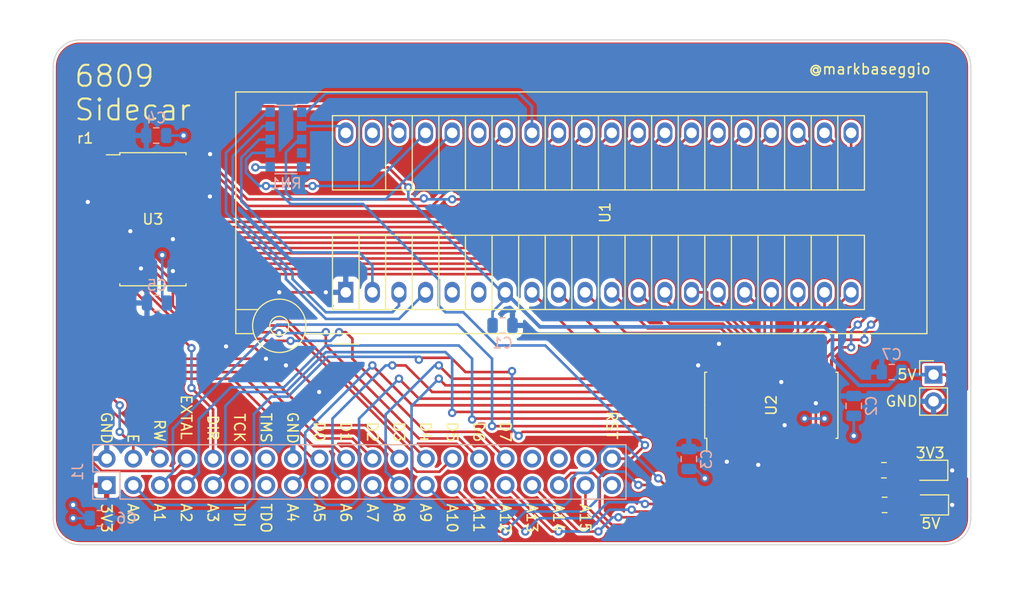
<source format=kicad_pcb>
(kicad_pcb (version 20211014) (generator pcbnew)
  (layers (0 "F.Cu" signal) (31 "B.Cu" signal) (34 "B.Paste" user) (35 "F.Paste" user) (36 "B.SilkS" user "B.Silkscreen") (37 "F.SilkS" user "F.Silkscreen") (38 "B.Mask" user) (39 "F.Mask" user) (44 "Edge.Cuts" user))
  (net 0 "")
  (net 1 "+5V")
  (net 2 "TMS")
  (net 3 "TDO")
  (net 4 "TCK")
  (net 5 "TDI")
  (net 7 "Net-(D1-Pad2)")
  (net 8 "Net-(D2-Pad2)")
  (net 12 "~{RESET}")
  (net 13 "~{NMI}")
  (net 14 "~{IRQ}")
  (net 15 "~{FIRQ}")
  (net 16 "~{DMA{slash}BREQ}")
  (net 17 "~{HALT}")
  (net 18 "MRDY")
  (net 20 "GND")
  (net 21 "BS")
  (net 22 "BA")
  (net 23 "/A0")
  (net 24 "/A1")
  (net 25 "/A2")
  (net 26 "/A3")
  (net 27 "/A4")
  (net 28 "/A5")
  (net 29 "/A6")
  (net 30 "/A7")
  (net 31 "/A8")
  (net 32 "/A9")
  (net 33 "/A10")
  (net 34 "/A11")
  (net 35 "/A12")
  (net 36 "/A13")
  (net 37 "/A14")
  (net 38 "/A15")
  (net 39 "/D7")
  (net 40 "/D6")
  (net 41 "/D5")
  (net 42 "/D4")
  (net 43 "/D3")
  (net 44 "/D2")
  (net 45 "/D1")
  (net 46 "/D0")
  (net 47 "R{slash}~{W}")
  (net 48 "E")
  (net 49 "Q")
  (net 50 "EXTAL")
  (net 51 "XTAL")
  (net 52 "+3V3")
  (net 53 "/BUF_A0")
  (net 54 "/BUF_A1")
  (net 55 "/BUF_A2")
  (net 56 "/BUF_A3")
  (net 57 "/BUF_A4")
  (net 58 "/BUF_A5")
  (net 59 "/BUF_A6")
  (net 60 "/BUF_A7")
  (net 61 "/BUF_A8")
  (net 62 "/BUF_A9")
  (net 63 "/BUF_A10")
  (net 64 "/BUF_A11")
  (net 65 "/BUF_A12")
  (net 66 "/BUF_A13")
  (net 67 "/BUF_A14")
  (net 68 "/BUF_A15")
  (net 69 "BUF_R{slash}~{W}")
  (net 70 "BUF_E")
  (net 77 "/BUF_D0")
  (net 78 "/BUF_D1")
  (net 79 "/BUF_D2")
  (net 80 "/BUF_D3")
  (net 81 "/BUF_D4")
  (net 82 "/BUF_D5")
  (net 83 "/BUF_D6")
  (net 84 "/BUF_D7")
  (net 85 "D_DIR")
  (footprint "LED_SMD:LED_0805_2012Metric" (layer "F.Cu") (at 112.965 100.826 180)
    (fp_text reference "D2")
    (fp_text value "3V3")
  )
  (footprint "Package_SO:TSSOP-48_6.1x12.5mm_P0.5mm" (layer "F.Cu") (at 97.79 94.615 90)
    (fp_text reference "U2")
    (fp_text value "74LVC16245A")
  )
  (footprint "Resistor_SMD:R_0805_2012Metric" (layer "F.Cu") (at 108.545 100.826)
    (fp_text reference "R2")
    (fp_text value "1k")
  )
  (footprint "Package_SO:TSSOP-48_6.1x12.5mm_P0.5mm" (layer "F.Cu") (at 38.735 76.835)
    (fp_text reference "U3")
    (fp_text value "74LVC16245A")
  )
  (footprint "Resistor_SMD:R_0805_2012Metric" (layer "F.Cu") (at 108.6085 104.14)
    (fp_text reference "R1")
    (fp_text value "1k")
  )
  (footprint "LED_SMD:LED_0805_2012Metric" (layer "F.Cu") (at 113.03 104.14 180)
    (fp_text reference "D1")
    (fp_text value "5V")
  )
  (footprint "Socket:3M_Textool_240-1288-00-0602J_2x20_P2.54mm" (layer "F.Cu") (at 57.15 83.82 90)
    (fp_text reference "U1")
    (fp_text value "MC6809")
  )
  (footprint "Connector_PinHeader_2.54mm:PinHeader_1x02_P2.54mm_Vertical" (layer "F.Cu") (at 113.284 91.689)
    (fp_text reference "J2")
    (fp_text value "5V")
  )
  (footprint "Capacitor_SMD:C_0805_2012Metric" (layer "B.Cu") (at 89.916 99.756 90)
    (fp_text reference "C3")
    (fp_text value "0.1uF")
  )
  (footprint "Capacitor_SMD:C_0805_2012Metric" (layer "B.Cu") (at 105.664 94.676 90)
    (fp_text reference "C2")
    (fp_text value "0.1uF")
  )
  (footprint "Connector_PinSocket_2.54mm:PinSocket_2x20_P2.54mm_Vertical" (layer "B.Cu") (at 34.32 102.255 -90)
    (fp_text reference "J1")
    (fp_text value "TANG PRIMER 20K")
  )
  (footprint "Capacitor_SMD:C_0805_2012Metric" (layer "B.Cu") (at 39.05 68.834 180)
    (fp_text reference "C4")
    (fp_text value "0.1uF")
  )
  (footprint "Capacitor_SMD:C_0805_2012Metric" (layer "B.Cu") (at 33.655 105.41)
    (fp_text reference "C6")
    (fp_text value "1uF")
  )
  (footprint "Capacitor_SMD:C_0805_2012Metric" (layer "B.Cu") (at 72.12 86.985)
    (fp_text reference "C1")
    (fp_text value "0.1uF")
  )
  (footprint "Resistor_SMD:R_Array_Convex_5x1206" (layer "B.Cu") (at 51.435 69.215)
    (fp_text reference "RN1")
    (fp_text value "2.2k")
  )
  (footprint "Capacitor_SMD:C_0805_2012Metric" (layer "B.Cu") (at 109.286 91.44 180)
    (fp_text reference "C7")
    (fp_text value "1uF")
  )
  (footprint "Capacitor_SMD:C_0805_2012Metric" (layer "B.Cu") (at 39.116 84.836 180)
    (fp_text reference "C5")
    (fp_text value "0.1uF")
  )
  (gr_line (start 116.84 62.23) (end 116.84 105.41) (layer "Edge.Cuts") (width 0.1))
  (gr_arc (start 114.3 59.69) (mid 116.096051 60.433949) (end 116.84 62.23) (layer "Edge.Cuts") (width 0.1))
  (gr_line (start 31.75 59.69) (end 114.3 59.69) (layer "Edge.Cuts") (width 0.1))
  (gr_line (start 29.21 62.23) (end 29.21 105.41) (layer "Edge.Cuts") (width 0.1))
  (gr_arc (start 31.75 107.95) (mid 29.953949 107.206051) (end 29.21 105.41) (layer "Edge.Cuts") (width 0.1))
  (gr_arc (start 29.21 62.23) (mid 29.953949 60.433949) (end 31.75 59.69) (layer "Edge.Cuts") (width 0.1))
  (gr_arc (start 116.84 105.41) (mid 116.096051 107.206051) (end 114.3 107.95) (layer "Edge.Cuts") (width 0.1))
  (gr_line (start 114.3 107.95) (end 31.75 107.95) (layer "Edge.Cuts") (width 0.1))
  (gr_text "EXTAL" (at 41.91 95.758 270) (layer "F.SilkS") (effects (font (size 1 1))))
  (gr_text "A11" (at 69.85 105.41 270) (layer "F.SilkS") (effects (font (size 1 1))))
  (gr_text "6809\nSidecar" (at 31.115 64.77) (layer "F.SilkS") (effects (font (size 2 2) (thickness 0.2)) (justify left)))
  (gr_text "A7" (at 59.69 104.902 270) (layer "F.SilkS") (effects (font (size 1 1))))
  (gr_text "D2" (at 59.69 97.155 270) (layer "F.SilkS") (effects (font (size 1 1))))
  (gr_text "A12" (at 72.39 105.41 270) (layer "F.SilkS") (effects (font (size 1 1))))
  (gr_text "A15" (at 80.01 105.41 270) (layer "F.SilkS") (effects (font (size 1 1))))
  (gr_text "A6" (at 57.15 104.902 270) (layer "F.SilkS") (effects (font (size 1 1))))
  (gr_text "r1" (at 32.258 69.088) (layer "F.SilkS") (effects (font (size 1 1))))
  (gr_text "3V3" (at 34.29 105.41 270) (layer "F.SilkS") (effects (font (size 1 1))))
  (gr_text "D1" (at 57.15 97.155 270) (layer "F.SilkS") (effects (font (size 1 1))))
  (gr_text "RST" (at 82.55 96.52 270) (layer "F.SilkS") (effects (font (size 1 1))))
  (gr_text "D0" (at 54.61 97.155 270) (layer "F.SilkS") (effects (font (size 1 1))))
  (gr_text "D3" (at 62.23 97.155 270) (layer "F.SilkS") (effects (font (size 1 1))))
  (gr_text "GND" (at 34.29 96.774 270) (layer "F.SilkS") (effects (font (size 1 1))))
  (gr_text "A13" (at 74.93 105.41 270) (layer "F.SilkS") (effects (font (size 1 1))))
  (gr_text "D7" (at 72.39 97.155 270) (layer "F.SilkS") (effects (font (size 1 1))))
  (gr_text "TDI" (at 46.99 105.156 270) (layer "F.SilkS") (effects (font (size 1 1))))
  (gr_text "A2" (at 41.91 104.902 270) (layer "F.SilkS") (effects (font (size 1 1))))
  (gr_text "A9" (at 64.77 104.902 270) (layer "F.SilkS") (effects (font (size 1 1))))
  (gr_text "A5" (at 54.61 104.902 270) (layer "F.SilkS") (effects (font (size 1 1))))
  (gr_text "@markbaseggio" (at 107.188 62.484) (layer "F.SilkS") (effects (font (size 1 1))))
  (gr_text "D6" (at 69.85 97.155 270) (layer "F.SilkS") (effects (font (size 1 1))))
  (gr_text "A10" (at 67.31 105.41 270) (layer "F.SilkS") (effects (font (size 1 1))))
  (gr_text "A1" (at 39.37 104.902 270) (layer "F.SilkS") (effects (font (size 1 1))))
  (gr_text "TMS" (at 49.53 96.774 270) (layer "F.SilkS") (effects (font (size 1 1))))
  (gr_text "A0" (at 36.83 104.902 270) (layer "F.SilkS") (effects (font (size 1 1))))
  (gr_text "TCK" (at 46.99 96.774 270) (layer "F.SilkS") (effects (font (size 1 1))))
  (gr_text "TDO" (at 49.53 105.41 270) (layer "F.SilkS") (effects (font (size 1 1))))
  (gr_text "A4" (at 52.07 104.902 270) (layer "F.SilkS") (effects (font (size 1 1))))
  (gr_text "A14" (at 77.47 105.41 270) (layer "F.SilkS") (effects (font (size 1 1))))
  (gr_text "A8" (at 62.23 104.902 270) (layer "F.SilkS") (effects (font (size 1 1))))
  (gr_text "D4" (at 64.77 97.155 270) (layer "F.SilkS") (effects (font (size 1 1))))
  (gr_text "RW" (at 39.37 97.028 270) (layer "F.SilkS") (effects (font (size 1 1))))
  (gr_text "DIR" (at 44.45 96.774 270) (layer "F.SilkS") (effects (font (size 1 1))))
  (gr_text "D5" (at 67.31 97.155 270) (layer "F.SilkS") (effects (font (size 1 1))))
  (gr_text "E" (at 36.83 97.79 270) (layer "F.SilkS") (effects (font (size 1 1))))
  (gr_text "GND" (at 52.07 96.774 270) (layer "F.SilkS") (effects (font (size 1 1))))
  (gr_text "A3" (at 44.45 104.902 270) (layer "F.SilkS") (effects (font (size 1 1))))
  (segment (start 114.384 91.689) (end 116.332 93.637) (width 0.25) (layer "F.Cu") (net 1))
  (segment (start 116.332 93.637) (end 116.332 101.092) (width 0.25) (layer "F.Cu") (net 1))
  (segment (start 116.332 101.092) (end 115.062 102.362) (width 0.25) (layer "F.Cu") (net 1))
  (segment (start 113.284 91.689) (end 114.384 91.689) (width 0.25) (layer "F.Cu") (net 1))
  (segment (start 109.474 102.362) (end 107.696 104.14) (width 0.25) (layer "F.Cu") (net 1))
  (segment (start 115.062 102.362) (end 109.474 102.362) (width 0.25) (layer "F.Cu") (net 1))
  (segment (start 63.123299 73.791299) (end 61.214 71.882) (width 0.25) (layer "F.Cu") (net 1))
  (segment (start 61.214 71.882) (end 48.514 71.882) (width 0.25) (layer "F.Cu") (net 1))
  (via (at 48.514 71.882) (size 0.8) (drill 0.4) (layers "F.Cu" "B.Cu") (net 1))
  (via (at 63.123299 73.791299) (size 0.8) (drill 0.4) (layers "F.Cu" "B.Cu") (net 1))
  (segment (start 108.966 92.71) (end 110.236 91.44) (width 0.35) (layer "B.Cu") (net 1))
  (segment (start 103.632 87.884) (end 103.632 90.17) (width 0.35) (layer "B.Cu") (net 1))
  (segment (start 106.172 92.71) (end 108.966 92.71) (width 0.35) (layer "B.Cu") (net 1))
  (segment (start 72.089195 83.82) (end 72.39 83.82) (width 0.25) (layer "B.Cu") (net 1))
  (segment (start 72.39 84.455) (end 72.39 83.82) (width 0.25) (layer "B.Cu") (net 1))
  (segment (start 71.17 86.985) (end 71.17 85.675) (width 0.25) (layer "B.Cu") (net 1))
  (segment (start 63.123299 74.854104) (end 72.089195 83.82) (width 0.25) (layer "B.Cu") (net 1))
  (segment (start 110.485 91.689) (end 113.284 91.689) (width 0.35) (layer "B.Cu") (net 1))
  (segment (start 110.236 91.44) (end 110.485 91.689) (width 0.25) (layer "B.Cu") (net 1))
  (segment (start 63.123299 73.791299) (end 63.123299 74.854104) (width 0.25) (layer "B.Cu") (net 1))
  (segment (start 103.632 90.17) (end 106.172 92.71) (width 0.35) (layer "B.Cu") (net 1))
  (segment (start 48.514 71.882) (end 49.868 71.882) (width 0.25) (layer "B.Cu") (net 1))
  (segment (start 71.17 85.675) (end 72.39 84.455) (width 0.25) (layer "B.Cu") (net 1))
  (segment (start 102.87 87.122) (end 103.632 87.884) (width 0.35) (layer "B.Cu") (net 1))
  (segment (start 75.692 87.122) (end 102.87 87.122) (width 0.35) (layer "B.Cu") (net 1))
  (segment (start 72.39 83.82) (end 75.692 87.122) (width 0.35) (layer "B.Cu") (net 1))
  (segment (start 49.868 71.882) (end 49.935 71.815) (width 0.25) (layer "B.Cu") (net 1))
  (segment (start 112.0925 104.14) (end 109.521 104.14) (width 0.25) (layer "F.Cu") (net 7))
  (segment (start 109.4575 100.826) (end 112.0275 100.826) (width 0.25) (layer "F.Cu") (net 8))
  (segment (start 84.435 99.715) (end 85.725 98.425) (width 0.25) (layer "F.Cu") (net 12))
  (segment (start 82.58 99.715) (end 84.435 99.715) (width 0.25) (layer "F.Cu") (net 12))
  (segment (start 53.975 73.66) (end 49.53 73.66) (width 0.25) (layer "F.Cu") (net 12))
  (via (at 53.975 73.66) (size 0.8) (drill 0.4) (layers "F.Cu" "B.Cu") (net 12))
  (via (at 49.53 73.66) (size 0.8) (drill 0.4) (layers "F.Cu" "B.Cu") (net 12))
  (via (at 85.725 98.425) (size 0.8) (drill 0.4) (layers "F.Cu" "B.Cu") (net 12))
  (segment (start 71.546827 88.9) (end 76.2 88.9) (width 0.25) (layer "B.Cu") (net 12))
  (segment (start 66.04 85.09) (end 66.675 85.725) (width 0.25) (layer "B.Cu") (net 12))
  (segment (start 49.53 73.66) (end 50.164302 73.66) (width 0.25) (layer "B.Cu") (net 12))
  (segment (start 66.04 82.623574) (end 66.04 85.09) (width 0.25) (layer "B.Cu") (net 12))
  (segment (start 49.53 73.66) (end 48.895 73.66) (width 0.25) (layer "B.Cu") (net 12))
  (segment (start 66.675 85.725) (end 68.371827 85.725) (width 0.25) (layer "B.Cu") (net 12))
  (segment (start 48.25 70.495) (end 49.935 70.495) (width 0.25) (layer "B.Cu") (net 12))
  (segment (start 47.625 71.12) (end 48.25 70.495) (width 0.25) (layer "B.Cu") (net 12))
  (segment (start 51.884302 75.38) (end 58.796426 75.38) (width 0.25) (layer "B.Cu") (net 12))
  (segment (start 76.2 88.9) (end 85.725 98.425) (width 0.25) (layer "B.Cu") (net 12))
  (segment (start 47.625 72.39) (end 47.625 71.12) (width 0.25) (layer "B.Cu") (net 12))
  (segment (start 48.895 73.66) (end 47.625 72.39) (width 0.25) (layer "B.Cu") (net 12))
  (segment (start 59.69 73.66) (end 53.975 73.66) (width 0.25) (layer "B.Cu") (net 12))
  (segment (start 50.164302 73.66) (end 51.884302 75.38) (width 0.25) (layer "B.Cu") (net 12))
  (segment (start 58.796426 75.38) (end 66.04 82.623574) (width 0.25) (layer "B.Cu") (net 12))
  (segment (start 68.371827 85.725) (end 71.546827 88.9) (width 0.25) (layer "B.Cu") (net 12))
  (segment (start 64.77 68.58) (end 59.69 73.66) (width 0.25) (layer "B.Cu") (net 12))
  (segment (start 59.69 81.28) (end 59.69 83.82) (width 0.25) (layer "B.Cu") (net 13))
  (segment (start 58.42 80.01) (end 59.69 81.28) (width 0.25) (layer "B.Cu") (net 13))
  (segment (start 47.175 75.115) (end 52.07 80.01) (width 0.25) (layer "B.Cu") (net 13))
  (segment (start 48.893604 69.215) (end 47.175 70.933604) (width 0.25) (layer "B.Cu") (net 13))
  (segment (start 52.07 80.01) (end 58.42 80.01) (width 0.25) (layer "B.Cu") (net 13))
  (segment (start 49.935 69.215) (end 48.893604 69.215) (width 0.25) (layer "B.Cu") (net 13))
  (segment (start 47.175 70.933604) (end 47.175 75.115) (width 0.25) (layer "B.Cu") (net 13))
  (segment (start 52.07 81.915) (end 52.07 82.55) (width 0.25) (layer "B.Cu") (net 14))
  (segment (start 46.355 76.2) (end 52.07 81.915) (width 0.25) (layer "B.Cu") (net 14))
  (segment (start 49.235 67.935) (end 46.355 70.815) (width 0.25) (layer "B.Cu") (net 14))
  (segment (start 55.245 85.725) (end 61.595 85.725) (width 0.25) (layer "B.Cu") (net 14))
  (segment (start 49.935 67.935) (end 49.235 67.935) (width 0.25) (layer "B.Cu") (net 14))
  (segment (start 52.07 82.55) (end 55.245 85.725) (width 0.25) (layer "B.Cu") (net 14))
  (segment (start 62.23 85.09) (end 62.23 83.82) (width 0.25) (layer "B.Cu") (net 14))
  (segment (start 46.355 70.815) (end 46.355 76.2) (width 0.25) (layer "B.Cu") (net 14))
  (segment (start 61.595 85.725) (end 62.23 85.09) (width 0.25) (layer "B.Cu") (net 14))
  (segment (start 51.434302 81.915698) (end 51.434302 82.550698) (width 0.25) (layer "B.Cu") (net 15))
  (segment (start 49.59 66.615) (end 45.72 70.485) (width 0.25) (layer "B.Cu") (net 15))
  (segment (start 62.23 86.36) (end 64.77 83.82) (width 0.25) (layer "B.Cu") (net 15))
  (segment (start 55.243604 86.36) (end 62.23 86.36) (width 0.25) (layer "B.Cu") (net 15))
  (segment (start 49.935 66.615) (end 49.59 66.615) (width 0.25) (layer "B.Cu") (net 15))
  (segment (start 45.72 76.201396) (end 51.434302 81.915698) (width 0.25) (layer "B.Cu") (net 15))
  (segment (start 45.72 70.485) (end 45.72 76.201396) (width 0.25) (layer "B.Cu") (net 15))
  (segment (start 51.434302 82.550698) (end 55.243604 86.36) (width 0.25) (layer "B.Cu") (net 15))
  (segment (start 73.66 64.77) (end 74.93 66.04) (width 0.25) (layer "B.Cu") (net 16))
  (segment (start 53.4 66.615) (end 55.245 64.77) (width 0.25) (layer "B.Cu") (net 16))
  (segment (start 74.93 66.04) (end 74.93 68.58) (width 0.25) (layer "B.Cu") (net 16))
  (segment (start 55.245 64.77) (end 73.66 64.77) (width 0.25) (layer "B.Cu") (net 16))
  (segment (start 52.935 66.615) (end 53.4 66.615) (width 0.25) (layer "B.Cu") (net 16))
  (segment (start 56.505 67.935) (end 57.15 68.58) (width 0.25) (layer "B.Cu") (net 17))
  (segment (start 52.935 67.935) (end 56.505 67.935) (width 0.25) (layer "B.Cu") (net 17))
  (segment (start 51.435 74.295) (end 52.07 74.93) (width 0.25) (layer "B.Cu") (net 18))
  (segment (start 51.435 70.445) (end 51.435 74.295) (width 0.25) (layer "B.Cu") (net 18))
  (segment (start 52.665 69.215) (end 51.435 70.445) (width 0.25) (layer "B.Cu") (net 18))
  (segment (start 60.96 74.93) (end 67.31 68.58) (width 0.25) (layer "B.Cu") (net 18))
  (segment (start 52.935 69.215) (end 52.665 69.215) (width 0.25) (layer "B.Cu") (net 18))
  (segment (start 52.07 74.93) (end 60.96 74.93) (width 0.25) (layer "B.Cu") (net 18))
  (segment (start 41.089 81.085) (end 40.64 81.534) (width 0.25) (layer "F.Cu") (net 20))
  (segment (start 36.469 78.085) (end 36.576 77.978) (width 0.25) (layer "F.Cu") (net 20))
  (segment (start 42.4475 81.085) (end 41.089 81.085) (width 0.25) (layer "F.Cu") (net 20))
  (segment (start 96.54 92.095) (end 96.54 90.9025) (width 0.25) (layer "F.Cu") (net 20))
  (segment (start 103.54 90.9025) (end 103.54 92.450685) (width 0.25) (layer "F.Cu") (net 20))
  (segment (start 103.280685 92.71) (end 102.235 92.71) (width 0.25) (layer "F.Cu") (net 20))
  (segment (start 102.04 93.54) (end 102.04 90.9025) (width 0.25) (layer "F.Cu") (net 20))
  (segment (start 44.196 70.612) (end 43.723 71.085) (width 0.25) (layer "F.Cu") (net 20))
  (segment (start 98.7425 92.3925) (end 96.8375 92.3925) (width 0.25) (layer "F.Cu") (net 20))
  (segment (start 44.177842 73.133842) (end 43.629 72.585) (width 0.25) (layer "F.Cu") (net 20))
  (segment (start 113.9675 104.14) (end 115.062 104.14) (width 0.25) (layer "F.Cu") (net 20))
  (segment (start 44.177842 74.657842) (end 44.177842 73.133842) (width 0.25) (layer "F.Cu") (net 20))
  (segment (start 93.54 90.9025) (end 93.54 89.492008) (width 0.25) (layer "F.Cu") (net 20))
  (segment (start 32.512 73.66) (end 33.587 72.585) (width 0.25) (layer "F.Cu") (net 20))
  (segment (start 115.062 100.838) (end 115.05 100.826) (width 0.25) (layer "F.Cu") (net 20))
  (segment (start 41.437 82.585) (end 40.64 81.788) (width 0.25) (layer "F.Cu") (net 20))
  (segment (start 93.54 89.492008) (end 92.78888 88.740888) (width 0.25) (layer "F.Cu") (net 20))
  (segment (start 92.04 90.9025) (end 90.9025 90.9025) (width 0.25) (layer "F.Cu") (net 20))
  (segment (start 32.512 75.184) (end 32.913 75.585) (width 0.25) (layer "F.Cu") (net 20))
  (segment (start 42.4475 78.085) (end 41.295 78.085) (width 0.25) (layer "F.Cu") (net 20))
  (segment (start 93.54 100.008) (end 93.54 98.3275) (width 0.25) (layer "F.Cu") (net 20))
  (segment (start 50.8 83.82) (end 55.245 83.82) (width 0.25) (layer "F.Cu") (net 20))
  (segment (start 90.9025 90.9025) (end 90.805 90.805) (width 0.25) (layer "F.Cu") (net 20))
  (segment (start 33.587 72.585) (end 35.0225 72.585) (width 0.25) (layer "F.Cu") (net 20))
  (segment (start 96.8375 92.3925) (end 96.54 92.095) (width 0.25) (layer "F.Cu") (net 20))
  (segment (start 102.04 94.42) (end 102.04 98.3275) (width 0.25) (layer "F.Cu") (net 20))
  (segment (start 102.235 92.71) (end 102.04 92.905) (width 0.25) (layer "F.Cu") (net 20))
  (segment (start 96.54 100.31) (end 96.54 98.3275) (width 0.25) (layer "F.Cu") (net 20))
  (segment (start 43.723 71.085) (end 42.4475 71.085) (width 0.25) (layer "F.Cu") (net 20))
  (segment (start 99.04 98.3275) (end 99.04 96.54) (width 0.25) (layer "F.Cu") (net 20))
  (segment (start 32.913 75.585) (end 35.0225 75.585) (width 0.25) (layer "F.Cu") (net 20))
  (segment (start 98.7425 92.3925) (end 99.04 92.095) (width 0.25) (layer "F.Cu") (net 20))
  (segment (start 40.64 81.534) (end 40.64 81.788) (width 0.25) (layer "F.Cu") (net 20))
  (segment (start 99.04 92.095) (end 99.04 90.9025) (width 0.25) (layer "F.Cu") (net 20))
  (segment (start 115.05 100.826) (end 113.9025 100.826) (width 0.25) (layer "F.Cu") (net 20))
  (segment (start 35.0225 81.085) (end 37.134402 81.085) (width 0.25) (layer "F.Cu") (net 20))
  (segment (start 103.54 92.450685) (end 103.280685 92.71) (width 0.25) (layer "F.Cu") (net 20))
  (segment (start 49.53 90.17) (end 48.3495 88.9895) (width 0.25) (layer "F.Cu") (net 20))
  (segment (start 54.61 93.345) (end 52.07 90.805) (width 0.25) (layer "F.Cu") (net 20))
  (segment (start 32.512 75.184) (end 32.512 73.66) (width 0.25) (layer "F.Cu") (net 20))
  (segment (start 42.4475 82.585) (end 41.437 82.585) (width 0.25) (layer "F.Cu") (net 20))
  (segment (start 43.629 72.585) (end 42.4475 72.585) (width 0.25) (layer "F.Cu") (net 20))
  (segment (start 52.07 90.805) (end 51.435 90.805) (width 0.25) (layer "F.Cu") (net 20))
  (segment (start 37.134402 81.085) (end 37.587701 81.538299) (width 0.25) (layer "F.Cu") (net 20))
  (segment (start 102.04 94.42) (end 102.04 93.54) (width 0.25) (layer "F.Cu") (net 20))
  (segment (start 41.295 78.085) (end 40.64 78.74) (width 0.25) (layer "F.Cu") (net 20))
  (segment (start 35.0225 78.085) (end 36.469 78.085) (width 0.25) (layer "F.Cu") (net 20))
  (segment (start 99.04 96.54) (end 99.06 96.52) (width 0.25) (layer "F.Cu") (net 20))
  (segment (start 48.3495 88.9895) (end 45.72 88.9895) (width 0.25) (layer "F.Cu") (net 20))
  (segment (start 43.250685 75.585) (end 42.4475 75.585) (width 0.25) (layer "F.Cu") (net 20))
  (segment (start 102.04 92.905) (end 102.04 93.54) (width 0.25) (layer "F.Cu") (net 20))
  (segment (start 44.177842 74.657842) (end 43.250685 75.585) (width 0.25) (layer "F.Cu") (net 20))
  (via (at 99.06 96.52) (size 0.8) (drill 0.4) (layers "F.Cu" "B.Cu") (net 20))
  (via (at 115.062 100.838) (size 0.8) (drill 0.4) (layers "F.Cu" "B.Cu") (net 20))
  (via (at 32.512 75.184) (size 0.8) (drill 0.4) (layers "F.Cu" "B.Cu") (net 20))
  (via (at 96.54 100.31) (size 0.8) (drill 0.4) (layers "F.Cu" "B.Cu") (net 20))
  (via (at 44.196 70.612) (size 0.8) (drill 0.4) (layers "F.Cu" "B.Cu") (net 20))
  (via (at 37.587701 81.538299) (size 0.8) (drill 0.4) (layers "F.Cu" "B.Cu") (net 20))
  (via (at 44.177842 74.657842) (size 0.8) (drill 0.4) (layers "F.Cu" "B.Cu") (net 20))
  (via (at 40.64 78.74) (size 0.8) (drill 0.4) (layers "F.Cu" "B.Cu") (net 20))
  (via (at 49.53 90.17) (size 0.8) (drill 0.4) (layers "F.Cu" "B.Cu") (net 20))
  (via (at 50.8 83.82) (size 0.8) (drill 0.4) (layers "F.Cu" "B.Cu") (net 20))
  (via (at 93.54 100.008) (size 0.8) (drill 0.4) (layers "F.Cu" "B.Cu") (net 20))
  (via (at 90.805 90.805) (size 0.8) (drill 0.4) (layers "F.Cu" "B.Cu") (net 20))
  (via (at 51.435 90.805) (size 0.8) (drill 0.4) (layers "F.Cu" "B.Cu") (net 20))
  (via (at 102.04 94.42) (size 0.8) (drill 0.4) (layers "F.Cu" "B.Cu") (net 20))
  (via (at 55.245 83.82) (size 0.8) (drill 0.4) (layers "F.Cu" "B.Cu") (net 20))
  (via (at 115.062 104.14) (size 0.8) (drill 0.4) (layers "F.Cu" "B.Cu") (net 20))
  (via (at 36.576 77.978) (size 0.8) (drill 0.4) (layers "F.Cu" "B.Cu") (net 20))
  (via (at 98.7425 92.3925) (size 0.8) (drill 0.4) (layers "F.Cu" "B.Cu") (net 20))
  (via (at 45.72 88.9895) (size 0.8) (drill 0.4) (layers "F.Cu" "B.Cu") (net 20))
  (via (at 92.78888 88.740888) (size 0.8) (drill 0.4) (layers "F.Cu" "B.Cu") (net 20))
  (via (at 54.61 93.345) (size 0.8) (drill 0.4) (layers "F.Cu" "B.Cu") (net 20))
  (via (at 40.64 81.788) (size 0.8) (drill 0.4) (layers "F.Cu" "B.Cu") (net 20))
  (segment (start 92.565 90.8775) (end 92.54 90.9025) (width 0.25) (layer "F.Cu") (net 23))
  (segment (start 92.280685 89.84) (end 92.565 90.124315) (width 0.25) (layer "F.Cu") (net 23))
  (segment (start 74.93 83.82) (end 80.95 89.84) (width 0.25) (layer "F.Cu") (net 23))
  (segment (start 80.95 89.84) (end 92.280685 89.84) (width 0.25) (layer "F.Cu") (net 23))
  (segment (start 92.565 90.124315) (end 92.565 90.8775) (width 0.25) (layer "F.Cu") (net 23))
  (segment (start 83.04 89.39) (end 92.467081 89.39) (width 0.25) (layer "F.Cu") (net 24))
  (segment (start 92.467081 89.39) (end 93.04 89.962919) (width 0.25) (layer "F.Cu") (net 24))
  (segment (start 77.47 83.82) (end 83.04 89.39) (width 0.25) (layer "F.Cu") (net 24))
  (segment (start 93.04 89.962919) (end 93.04 90.9025) (width 0.25) (layer "F.Cu") (net 24))
  (segment (start 80.01 83.82) (end 83.9 87.71) (width 0.25) (layer "F.Cu") (net 25))
  (segment (start 94.04 88.96698) (end 94.04 90.9025) (width 0.25) (layer "F.Cu") (net 25))
  (segment (start 83.9 87.71) (end 92.78302 87.71) (width 0.25) (layer "F.Cu") (net 25))
  (segment (start 92.78302 87.71) (end 94.04 88.96698) (width 0.25) (layer "F.Cu") (net 25))
  (segment (start 82.55 83.82) (end 85.99 87.26) (width 0.25) (layer "F.Cu") (net 26))
  (segment (start 94.54 88.830584) (end 94.54 90.9025) (width 0.25) (layer "F.Cu") (net 26))
  (segment (start 92.969416 87.26) (end 94.54 88.830584) (width 0.25) (layer "F.Cu") (net 26))
  (segment (start 85.99 87.26) (end 92.969416 87.26) (width 0.25) (layer "F.Cu") (net 26))
  (segment (start 88.08 86.81) (end 93.155812 86.81) (width 0.25) (layer "F.Cu") (net 27))
  (segment (start 95.355 89.009188) (end 95.355 89.644188) (width 0.25) (layer "F.Cu") (net 27))
  (segment (start 95.355 89.644188) (end 95.54 89.829188) (width 0.25) (layer "F.Cu") (net 27))
  (segment (start 93.155812 86.81) (end 95.355 89.009188) (width 0.25) (layer "F.Cu") (net 27))
  (segment (start 95.54 89.829188) (end 95.54 90.9025) (width 0.25) (layer "F.Cu") (net 27))
  (segment (start 85.09 83.82) (end 88.08 86.81) (width 0.25) (layer "F.Cu") (net 27))
  (segment (start 87.63 84.415) (end 89.575 86.36) (width 0.25) (layer "F.Cu") (net 28))
  (segment (start 96.015 90.8775) (end 96.04 90.9025) (width 0.25) (layer "F.Cu") (net 28))
  (segment (start 95.805 89.457792) (end 96.015 89.667792) (width 0.25) (layer "F.Cu") (net 28))
  (segment (start 95.805 88.822792) (end 95.805 89.457792) (width 0.25) (layer "F.Cu") (net 28))
  (segment (start 96.015 89.667792) (end 96.015 90.8775) (width 0.25) (layer "F.Cu") (net 28))
  (segment (start 93.342208 86.36) (end 95.805 88.822792) (width 0.25) (layer "F.Cu") (net 28))
  (segment (start 87.63 83.82) (end 87.63 84.415) (width 0.25) (layer "F.Cu") (net 28))
  (segment (start 89.575 86.36) (end 93.342208 86.36) (width 0.25) (layer "F.Cu") (net 28))
  (segment (start 92.763604 85.145) (end 96.255 88.636396) (width 0.25) (layer "F.Cu") (net 29))
  (segment (start 91.665 83.82) (end 91.665 84.532853) (width 0.25) (layer "F.Cu") (net 29))
  (segment (start 92.277147 85.145) (end 92.763604 85.145) (width 0.25) (layer "F.Cu") (net 29))
  (segment (start 91.665 84.532853) (end 92.277147 85.145) (width 0.25) (layer "F.Cu") (net 29))
  (segment (start 90.17 83.82) (end 91.665 83.82) (width 0.25) (layer "F.Cu") (net 29))
  (segment (start 96.255 89.271396) (end 97.04 90.056396) (width 0.25) (layer "F.Cu") (net 29))
  (segment (start 96.255 88.636396) (end 96.255 89.271396) (width 0.25) (layer "F.Cu") (net 29))
  (segment (start 97.04 90.056396) (end 97.04 90.9025) (width 0.25) (layer "F.Cu") (net 29))
  (segment (start 96.705 89.085) (end 97.54 89.92) (width 0.25) (layer "F.Cu") (net 30))
  (segment (start 96.705 88.45) (end 96.705 89.085) (width 0.25) (layer "F.Cu") (net 30))
  (segment (start 97.54 89.92) (end 97.54 90.9025) (width 0.25) (layer "F.Cu") (net 30))
  (segment (start 92.71 84.455) (end 96.705 88.45) (width 0.25) (layer "F.Cu") (net 30))
  (segment (start 92.71 83.82) (end 92.71 84.455) (width 0.25) (layer "F.Cu") (net 30))
  (segment (start 97.155 85.725) (end 97.155 88.898604) (width 0.25) (layer "F.Cu") (net 31))
  (segment (start 95.25 83.82) (end 97.155 85.725) (width 0.25) (layer "F.Cu") (net 31))
  (segment (start 98.04 89.783604) (end 98.04 90.9025) (width 0.25) (layer "F.Cu") (net 31))
  (segment (start 97.155 88.898604) (end 98.04 89.783604) (width 0.25) (layer "F.Cu") (net 31))
  (segment (start 97.79 83.82) (end 97.79 88.897208) (width 0.25) (layer "F.Cu") (net 32))
  (segment (start 97.79 88.897208) (end 98.54 89.647208) (width 0.25) (layer "F.Cu") (net 32))
  (segment (start 98.54 89.647208) (end 98.54 90.9025) (width 0.25) (layer "F.Cu") (net 32))
  (segment (start 100.33 83.82) (end 100.33 87.627208) (width 0.25) (layer "F.Cu") (net 33))
  (segment (start 100.14 87.817208) (end 100.14 89.362919) (width 0.25) (layer "F.Cu") (net 33))
  (segment (start 100.14 89.362919) (end 99.54 89.962919) (width 0.25) (layer "F.Cu") (net 33))
  (segment (start 100.33 87.627208) (end 100.14 87.817208) (width 0.25) (layer "F.Cu") (net 33))
  (segment (start 99.54 89.962919) (end 99.54 90.9025) (width 0.25) (layer "F.Cu") (net 33))
  (segment (start 102.87 85.723604) (end 100.59 88.003604) (width 0.25) (layer "F.Cu") (net 34))
  (segment (start 102.87 83.82) (end 102.87 85.723604) (width 0.25) (layer "F.Cu") (net 34))
  (segment (start 100.59 89.549315) (end 100.04 90.099315) (width 0.25) (layer "F.Cu") (net 34))
  (segment (start 100.04 90.099315) (end 100.04 90.9025) (width 0.25) (layer "F.Cu") (net 34))
  (segment (start 100.59 88.003604) (end 100.59 89.549315) (width 0.25) (layer "F.Cu") (net 34))
  (segment (start 105.41 83.82) (end 101.04 88.19) (width 0.25) (layer "F.Cu") (net 35))
  (segment (start 101.04 88.19) (end 101.04 90.9025) (width 0.25) (layer "F.Cu") (net 35))
  (segment (start 105.41 78.105) (end 108.585 81.28) (width 0.25) (layer "F.Cu") (net 36))
  (segment (start 101.54 88.326396) (end 101.54 90.9025) (width 0.25) (layer "F.Cu") (net 36))
  (segment (start 108.585 81.28) (end 108.585 86.995) (width 0.25) (layer "F.Cu") (net 36))
  (segment (start 108.585 86.995) (end 107.95 87.63) (width 0.25) (layer "F.Cu") (net 36))
  (segment (start 107.95 87.63) (end 102.236396 87.63) (width 0.25) (layer "F.Cu") (net 36))
  (segment (start 102.236396 87.63) (end 101.54 88.326396) (width 0.25) (layer "F.Cu") (net 36))
  (segment (start 105.41 68.58) (end 105.41 78.105) (width 0.25) (layer "F.Cu") (net 36))
  (segment (start 104.775 78.74) (end 107.95 81.915) (width 0.25) (layer "F.Cu") (net 37))
  (segment (start 107.95 86.36) (end 107.315 86.995) (width 0.25) (layer "F.Cu") (net 37))
  (segment (start 107.95 81.915) (end 107.95 86.36) (width 0.25) (layer "F.Cu") (net 37))
  (segment (start 103.4155 88.3545) (end 106.68 88.3545) (width 0.25) (layer "F.Cu") (net 37))
  (segment (start 102.54 89.23) (end 103.4155 88.3545) (width 0.25) (layer "F.Cu") (net 37))
  (segment (start 104.775 70.485) (end 104.775 78.74) (width 0.25) (layer "F.Cu") (net 37))
  (segment (start 102.54 90.9025) (end 102.54 89.23) (width 0.25) (layer "F.Cu") (net 37))
  (segment (start 102.87 68.58) (end 104.775 70.485) (width 0.25) (layer "F.Cu") (net 37))
  (via (at 107.315 86.9055) (size 0.8) (drill 0.4) (layers "F.Cu" "B.Cu") (net 37))
  (via (at 106.68 88.3545) (size 0.8) (drill 0.4) (layers "F.Cu" "B.Cu") (net 37))
  (segment (start 106.68 87.5405) (end 107.315 86.9055) (width 0.25) (layer "B.Cu") (net 37))
  (segment (start 106.68 88.3545) (end 106.68 87.5405) (width 0.25) (layer "B.Cu") (net 37))
  (segment (start 104.14 79.375) (end 107.315 82.55) (width 0.25) (layer "F.Cu") (net 38))
  (segment (start 100.33 68.58) (end 104.14 72.39) (width 0.25) (layer "F.Cu") (net 38))
  (segment (start 107.315 82.55) (end 107.315 85.725) (width 0.25) (layer "F.Cu") (net 38))
  (segment (start 104.060315 89.079) (end 105.41 89.079) (width 0.25) (layer "F.Cu") (net 38))
  (segment (start 106.045 86.995) (end 106.045 86.9055) (width 0.25) (layer "F.Cu") (net 38))
  (segment (start 107.315 85.725) (end 106.045 86.995) (width 0.25) (layer "F.Cu") (net 38))
  (segment (start 103.04 90.9025) (end 103.04 90.099315) (width 0.25) (layer "F.Cu") (net 38))
  (segment (start 104.14 72.39) (end 104.14 79.375) (width 0.25) (layer "F.Cu") (net 38))
  (segment (start 103.04 90.099315) (end 104.060315 89.079) (width 0.25) (layer "F.Cu") (net 38))
  (via (at 105.41 89.079) (size 0.8) (drill 0.4) (layers "F.Cu" "B.Cu") (net 38))
  (via (at 106.045 86.9055) (size 0.8) (drill 0.4) (layers "F.Cu" "B.Cu") (net 38))
  (segment (start 105.41 87.5405) (end 106.045 86.9055) (width 0.25) (layer "B.Cu") (net 38))
  (segment (start 105.41 89.079) (end 105.41 87.5405) (width 0.25) (layer "B.Cu") (net 38))
  (segment (start 97.79 68.58) (end 84.285 82.085) (width 0.25) (layer "F.Cu") (net 39))
  (segment (start 84.285 82.085) (end 42.4475 82.085) (width 0.25) (layer "F.Cu") (net 39))
  (segment (start 95.25 68.58) (end 82.245 81.585) (width 0.25) (layer "F.Cu") (net 40))
  (segment (start 82.245 81.585) (end 42.4475 81.585) (width 0.25) (layer "F.Cu") (net 40))
  (segment (start 80.705 80.585) (end 42.4475 80.585) (width 0.25) (layer "F.Cu") (net 41))
  (segment (start 92.71 68.58) (end 80.705 80.585) (width 0.25) (layer "F.Cu") (net 41))
  (segment (start 90.17 68.58) (end 78.665 80.085) (width 0.25) (layer "F.Cu") (net 42))
  (segment (start 78.665 80.085) (end 42.4475 80.085) (width 0.25) (layer "F.Cu") (net 42))
  (segment (start 77.125 79.085) (end 42.4475 79.085) (width 0.25) (layer "F.Cu") (net 43))
  (segment (start 87.63 68.58) (end 77.125 79.085) (width 0.25) (layer "F.Cu") (net 43))
  (segment (start 75.085 78.585) (end 85.09 68.58) (width 0.25) (layer "F.Cu") (net 44))
  (segment (start 42.4475 78.585) (end 75.085 78.585) (width 0.25) (layer "F.Cu") (net 44))
  (segment (start 42.4475 77.585) (end 73.545 77.585) (width 0.25) (layer "F.Cu") (net 45))
  (segment (start 73.545 77.585) (end 82.55 68.58) (width 0.25) (layer "F.Cu") (net 45))
  (segment (start 71.505 77.085) (end 42.4475 77.085) (width 0.25) (layer "F.Cu") (net 46))
  (segment (start 80.01 68.58) (end 71.505 77.085) (width 0.25) (layer "F.Cu") (net 46))
  (segment (start 67.31 74.93) (end 71.12 74.93) (width 0.25) (layer "F.Cu") (net 47))
  (segment (start 44.407 71.585) (end 42.4475 71.585) (width 0.25) (layer "F.Cu") (net 47))
  (segment (start 71.12 74.93) (end 77.47 68.58) (width 0.25) (layer "F.Cu") (net 47))
  (segment (start 47.752 74.93) (end 44.407 71.585) (width 0.25) (layer "F.Cu") (net 47))
  (segment (start 64.516 74.93) (end 47.752 74.93) (width 0.25) (layer "F.Cu") (net 47))
  (segment (start 64.6055 74.8405) (end 64.516 74.93) (width 0.25) (layer "F.Cu") (net 47))
  (via (at 67.31 74.93) (size 0.8) (drill 0.4) (layers "F.Cu" "B.Cu") (net 47))
  (via (at 64.6055 74.8405) (size 0.8) (drill 0.4) (layers "F.Cu" "B.Cu") (net 47))
  (segment (start 64.6055 74.8405) (end 64.695 74.93) (width 0.25) (layer "B.Cu") (net 47))
  (segment (start 64.695 74.93) (end 67.31 74.93) (width 0.25) (layer "B.Cu") (net 47))
  (segment (start 65.405 75.565) (end 72.39 68.58) (width 0.25) (layer "F.Cu") (net 48))
  (segment (start 47.750604 75.565) (end 65.405 75.565) (width 0.25) (layer "F.Cu") (net 48))
  (segment (start 44.270604 72.085) (end 47.750604 75.565) (width 0.25) (layer "F.Cu") (net 48))
  (segment (start 42.4475 72.085) (end 44.270604 72.085) (width 0.25) (layer "F.Cu") (net 48))
  (segment (start 33.833299 100.89) (end 40.765 100.89) (width 0.25) (layer "F.Cu") (net 50))
  (segment (start 59.69 66.04) (end 38.098604 66.04) (width 0.25) (layer "F.Cu") (net 50))
  (segment (start 30.48 97.536701) (end 33.833299 100.89) (width 0.25) (layer "F.Cu") (net 50))
  (segment (start 38.098604 66.04) (end 30.48 73.658604) (width 0.25) (layer "F.Cu") (net 50))
  (segment (start 62.23 68.58) (end 59.69 66.04) (width 0.25) (layer "F.Cu") (net 50))
  (segment (start 30.48 73.658604) (end 30.48 97.536701) (width 0.25) (layer "F.Cu") (net 50))
  (segment (start 40.765 100.89) (end 41.94 99.715) (width 0.25) (layer "F.Cu") (net 50))
  (via (at 39.624 80.264) (size 0.8) (drill 0.4) (layers "F.Cu" "B.Cu") (net 52))
  (via (at 31.115 104.14) (size 0.8) (drill 0.4) (layers "F.Cu" "B.Cu") (net 52))
  (via (at 102.87 95.885) (size 0.8) (drill 0.4) (layers "F.Cu" "B.Cu") (net 52))
  (via (at 31.115 105.41) (size 0.8) (drill 0.4) (layers "F.Cu" "B.Cu") (net 52))
  (via (at 91.44 101.6) (size 0.8) (drill 0.4) (layers "F.Cu" "B.Cu") (net 52))
  (via (at 41.656 68.834) (size 0.8) (drill 0.4) (layers "F.Cu" "B.Cu") (net 52))
  (via (at 105.664 97.536) (size 0.8) (drill 0.4) (layers "F.Cu" "B.Cu") (net 52))
  (via (at 100.965 95.885) (size 0.8) (drill 0.4) (layers "F.Cu" "B.Cu") (net 52))
  (segment (start 39.624 84.394) (end 39.624 80.264) (width 0.25) (layer "B.Cu") (net 52))
  (segment (start 89.916 100.706) (end 90.546 100.706) (width 0.25) (layer "B.Cu") (net 52))
  (segment (start 40 68.834) (end 41.656 68.834) (width 0.25) (layer "B.Cu") (net 52))
  (segment (start 40.066 84.836) (end 39.624 84.394) (width 0.25) (layer "B.Cu") (net 52))
  (segment (start 32.385 105.41) (end 31.115 104.14) (width 0.25) (layer "B.Cu") (net 52))
  (segment (start 105.664 95.626) (end 105.664 97.536) (width 0.25) (layer "B.Cu") (net 52))
  (segment (start 32.705 105.41) (end 32.385 105.41) (width 0.25) (layer "B.Cu") (net 52))
  (segment (start 32.705 105.41) (end 31.115 105.41) (width 0.25) (layer "B.Cu") (net 52))
  (segment (start 102.87 95.885) (end 100.965 95.885) (width 0.25) (layer "B.Cu") (net 52))
  (segment (start 90.546 100.706) (end 91.44 101.6) (width 0.25) (layer "B.Cu") (net 52))
  (segment (start 92.170685 97.155) (end 92.54 97.524315) (width 0.25) (layer "F.Cu") (net 53))
  (segment (start 68.58 91.44) (end 72.9355 91.44) (width 0.25) (layer "F.Cu") (net 53))
  (segment (start 67.22 90.08) (end 68.58 91.44) (width 0.25) (layer "F.Cu") (net 53))
  (segment (start 74.041 97.155) (end 92.170685 97.155) (width 0.25) (layer "F.Cu") (net 53))
  (segment (start 64.3145 90.08) (end 67.22 90.08) (width 0.25) (layer "F.Cu") (net 53))
  (segment (start 64.135 90.2595) (end 64.3145 90.08) (width 0.25) (layer "F.Cu") (net 53))
  (segment (start 92.54 97.524315) (end 92.54 98.3275) (width 0.25) (layer "F.Cu") (net 53))
  (segment (start 72.9355 91.44) (end 73.025 91.3505) (width 0.25) (layer "F.Cu") (net 53))
  (segment (start 73.66 97.536) (end 74.041 97.155) (width 0.25) (layer "F.Cu") (net 53))
  (via (at 64.135 90.2595) (size 0.8) (drill 0.4) (layers "F.Cu" "B.Cu") (net 53))
  (via (at 73.025 91.3505) (size 0.8) (drill 0.4) (layers "F.Cu" "B.Cu") (net 53))
  (via (at 73.66 97.536) (size 0.8) (drill 0.4) (layers "F.Cu" "B.Cu") (net 53))
  (segment (start 73.66 97.536) (end 73.025 96.901) (width 0.25) (layer "B.Cu") (net 53))
  (segment (start 38.745 104.14) (end 47.625 104.14) (width 0.25) (layer "B.Cu") (net 53))
  (segment (start 47.625 104.14) (end 48.385 103.38) (width 0.25) (layer "B.Cu") (net 53))
  (segment (start 50.0325 93.795) (end 51.622792 93.795) (width 0.25) (layer "B.Cu") (net 53))
  (segment (start 51.622792 93.795) (end 55.432792 89.985) (width 0.25) (layer "B.Cu") (net 53))
  (segment (start 36.86 102.255) (end 38.745 104.14) (width 0.25) (layer "B.Cu") (net 53))
  (segment (start 63.8605 89.985) (end 64.135 90.2595) (width 0.25) (layer "B.Cu") (net 53))
  (segment (start 48.385 103.38) (end 48.385 95.4425) (width 0.25) (layer "B.Cu") (net 53))
  (segment (start 55.432792 89.985) (end 63.8605 89.985) (width 0.25) (layer "B.Cu") (net 53))
  (segment (start 73.025 96.901) (end 73.025 91.3505) (width 0.25) (layer "B.Cu") (net 53))
  (segment (start 48.385 95.4425) (end 50.0325 93.795) (width 0.25) (layer "B.Cu") (net 53))
  (segment (start 93.04 97.387919) (end 92.261581 96.6095) (width 0.25) (layer "F.Cu") (net 54))
  (segment (start 93.04 98.3275) (end 93.04 97.387919) (width 0.25) (layer "F.Cu") (net 54))
  (segment (start 92.261581 96.6095) (end 71.12 96.6095) (width 0.25) (layer "F.Cu") (net 54))
  (via (at 71.12 96.6095) (size 0.8) (drill 0.4) (layers "F.Cu" "B.Cu") (net 54))
  (segment (start 50.589195 86.905) (end 40.64 96.854195) (width 0.25) (layer "B.Cu") (net 54))
  (segment (start 67.855 86.905) (end 50.589195 86.905) (width 0.25) (layer "B.Cu") (net 54))
  (segment (start 40.64 96.854195) (end 40.64 101.015) (width 0.25) (layer "B.Cu") (net 54))
  (segment (start 40.64 101.015) (end 39.4 102.255) (width 0.25) (layer "B.Cu") (net 54))
  (segment (start 71.12 90.17) (end 67.855 86.905) (width 0.25) (layer "B.Cu") (net 54))
  (segment (start 71.12 96.6095) (end 71.12 90.17) (width 0.25) (layer "B.Cu") (net 54))
  (segment (start 94.04 96.581396) (end 93.343604 95.885) (width 0.25) (layer "F.Cu") (net 55))
  (segment (start 93.343604 95.885) (end 69.3045 95.885) (width 0.25) (layer "F.Cu") (net 55))
  (segment (start 69.3045 95.885) (end 69.215 95.9745) (width 0.25) (layer "F.Cu") (net 55))
  (segment (start 94.04 98.3275) (end 94.04 96.581396) (width 0.25) (layer "F.Cu") (net 55))
  (via (at 69.215 95.9745) (size 0.8) (drill 0.4) (layers "F.Cu" "B.Cu") (net 55))
  (segment (start 46.17 92.895) (end 43.115 95.95) (width 0.25) (layer "B.Cu") (net 55))
  (segment (start 43.115 101.08) (end 41.94 102.255) (width 0.25) (layer "B.Cu") (net 55))
  (segment (start 43.115 95.95) (end 43.115 101.08) (width 0.25) (layer "B.Cu") (net 55))
  (segment (start 69.215 90.17) (end 67.945 88.9) (width 0.25) (layer "B.Cu") (net 55))
  (segment (start 67.945 88.9) (end 55.881396 88.9) (width 0.25) (layer "B.Cu") (net 55))
  (segment (start 55.871597 88.909799) (end 55.235201 88.909799) (width 0.25) (layer "B.Cu") (net 55))
  (segment (start 69.215 95.9745) (end 69.215 90.17) (width 0.25) (layer "B.Cu") (net 55))
  (segment (start 55.235201 88.909799) (end 51.25 92.895) (width 0.25) (layer "B.Cu") (net 55))
  (segment (start 51.25 92.895) (end 46.17 92.895) (width 0.25) (layer "B.Cu") (net 55))
  (segment (start 55.881396 88.9) (end 55.871597 88.909799) (width 0.25) (layer "B.Cu") (net 55))
  (segment (start 93.98 95.885) (end 93.345 95.25) (width 0.25) (layer "F.Cu") (net 56))
  (segment (start 67.31 95.25) (end 67.31 95.3395) (width 0.25) (layer "F.Cu") (net 56))
  (segment (start 94.54 98.3275) (end 94.54 96.445) (width 0.25) (layer "F.Cu") (net 56))
  (segment (start 94.54 96.445) (end 93.98 95.885) (width 0.25) (layer "F.Cu") (net 56))
  (segment (start 93.345 95.25) (end 67.31 95.25) (width 0.25) (layer "F.Cu") (net 56))
  (via (at 67.31 95.3395) (size 0.8) (drill 0.4) (layers "F.Cu" "B.Cu") (net 56))
  (segment (start 46.99 93.345) (end 45.655 94.68) (width 0.25) (layer "B.Cu") (net 56))
  (segment (start 45.655 101.08) (end 44.48 102.255) (width 0.25) (layer "B.Cu") (net 56))
  (segment (start 67.31 95.3395) (end 67.31 90.17) (width 0.25) (layer "B.Cu") (net 56))
  (segment (start 45.655 94.68) (end 45.655 101.08) (width 0.25) (layer "B.Cu") (net 56))
  (segment (start 66.675 89.535) (end 55.246396 89.535) (width 0.25) (layer "B.Cu") (net 56))
  (segment (start 55.246396 89.535) (end 51.436396 93.345) (width 0.25) (layer "B.Cu") (net 56))
  (segment (start 51.436396 93.345) (end 46.99 93.345) (width 0.25) (layer "B.Cu") (net 56))
  (segment (start 67.31 90.17) (end 66.675 89.535) (width 0.25) (layer "B.Cu") (net 56))
  (segment (start 93.346396 94.615) (end 95.54 96.808604) (width 0.25) (layer "F.Cu") (net 57))
  (segment (start 63.5 94.615) (end 93.346396 94.615) (width 0.25) (layer "F.Cu") (net 57))
  (segment (start 59.69 90.805) (end 63.5 94.615) (width 0.25) (layer "F.Cu") (net 57))
  (segment (start 95.54 96.808604) (end 95.54 98.3275) (width 0.25) (layer "F.Cu") (net 57))
  (via (at 59.69 90.805) (size 0.8) (drill 0.4) (layers "F.Cu" "B.Cu") (net 57))
  (segment (start 59.69 90.805) (end 53.275 97.22) (width 0.25) (layer "B.Cu") (net 57))
  (segment (start 53.275 97.22) (end 53.275 101.08) (width 0.25) (layer "B.Cu") (net 57))
  (segment (start 53.275 101.08) (end 52.1 102.255) (width 0.25) (layer "B.Cu") (net 57))
  (segment (start 64.135 93.98) (end 62.23 92.075) (width 0.25) (layer "F.Cu") (net 58))
  (segment (start 95.885 96.517208) (end 93.347792 93.98) (width 0.25) (layer "F.Cu") (net 58))
  (segment (start 93.347792 93.98) (end 64.135 93.98) (width 0.25) (layer "F.Cu") (net 58))
  (segment (start 96.04 98.3275) (end 96.04 96.675) (width 0.25) (layer "F.Cu") (net 58))
  (segment (start 96.04 96.675) (end 95.885 96.52) (width 0.25) (layer "F.Cu") (net 58))
  (segment (start 95.885 96.52) (end 95.885 96.517208) (width 0.25) (layer "F.Cu") (net 58))
  (via (at 62.23 92.075) (size 0.8) (drill 0.4) (layers "F.Cu" "B.Cu") (net 58))
  (segment (start 58.42 103.505) (end 57.785 104.14) (width 0.25) (layer "B.Cu") (net 58))
  (segment (start 55.245 104.14) (end 54.64 103.535) (width 0.25) (layer "B.Cu") (net 58))
  (segment (start 54.64 103.535) (end 54.64 102.255) (width 0.25) (layer "B.Cu") (net 58))
  (segment (start 62.23 92.075) (end 58.42 95.885) (width 0.25) (layer "B.Cu") (net 58))
  (segment (start 57.785 104.14) (end 55.245 104.14) (width 0.25) (layer "B.Cu") (net 58))
  (segment (start 58.42 95.885) (end 58.42 103.505) (width 0.25) (layer "B.Cu") (net 58))
  (segment (start 62.865 90.805) (end 65.405 93.345) (width 0.25) (layer "F.Cu") (net 59))
  (segment (start 65.405 93.345) (end 93.349188 93.345) (width 0.25) (layer "F.Cu") (net 59))
  (segment (start 93.349188 93.345) (end 97.04 97.035812) (width 0.25) (layer "F.Cu") (net 59))
  (segment (start 97.04 97.035812) (end 97.04 98.3275) (width 0.25) (layer "F.Cu") (net 59))
  (segment (start 61.595 90.805) (end 62.865 90.805) (width 0.25) (layer "F.Cu") (net 59))
  (via (at 61.595 90.805) (size 0.8) (drill 0.4) (layers "F.Cu" "B.Cu") (net 59))
  (segment (start 61.595 90.805) (end 60.96 90.805) (width 0.25) (layer "B.Cu") (net 59))
  (segment (start 60.96 90.805) (end 55.88 95.885) (width 0.25) (layer "B.Cu") (net 59))
  (segment (start 55.88 95.885) (end 55.88 100.955) (width 0.25) (layer "B.Cu") (net 59))
  (segment (start 55.88 100.955) (end 57.18 102.255) (width 0.25) (layer "B.Cu") (net 59))
  (segment (start 97.54 96.899416) (end 97.54 98.3275) (width 0.25) (layer "F.Cu") (net 60))
  (segment (start 66.04 92.075) (end 66.675 92.71) (width 0.25) (layer "F.Cu") (net 60))
  (segment (start 93.350584 92.71) (end 97.54 96.899416) (width 0.25) (layer "F.Cu") (net 60))
  (segment (start 66.675 92.71) (end 93.350584 92.71) (width 0.25) (layer "F.Cu") (net 60))
  (via (at 66.04 92.075) (size 0.8) (drill 0.4) (layers "F.Cu" "B.Cu") (net 60))
  (segment (start 62.865 103.505) (end 60.97 103.505) (width 0.25) (layer "B.Cu") (net 60))
  (segment (start 63.435 94.68) (end 63.435 102.935) (width 0.25) (layer "B.Cu") (net 60))
  (segment (start 66.04 92.075) (end 63.435 94.68) (width 0.25) (layer "B.Cu") (net 60))
  (segment (start 63.435 102.935) (end 62.865 103.505) (width 0.25) (layer "B.Cu") (net 60))
  (segment (start 60.97 103.505) (end 59.72 102.255) (width 0.25) (layer "B.Cu") (net 60))
  (segment (start 67.31 92.075) (end 93.35198 92.075) (width 0.25) (layer "F.Cu") (net 61))
  (segment (start 66.04 90.805) (end 67.31 92.075) (width 0.25) (layer "F.Cu") (net 61))
  (segment (start 93.35198 92.075) (end 98.04 96.76302) (width 0.25) (layer "F.Cu") (net 61))
  (segment (start 98.04 96.76302) (end 98.04 98.3275) (width 0.25) (layer "F.Cu") (net 61))
  (via (at 66.04 90.805) (size 0.8) (drill 0.4) (layers "F.Cu" "B.Cu") (net 61))
  (segment (start 66.04 90.805) (end 65.649695 90.805) (width 0.25) (layer "B.Cu") (net 61))
  (segment (start 60.96 95.494695) (end 60.96 100.955) (width 0.25) (layer "B.Cu") (net 61))
  (segment (start 60.96 100.955) (end 62.26 102.255) (width 0.25) (layer "B.Cu") (net 61))
  (segment (start 65.649695 90.805) (end 60.96 95.494695) (width 0.25) (layer "B.Cu") (net 61))
  (segment (start 97.155 102.87) (end 88.265 102.87) (width 0.25) (layer "F.Cu") (net 62))
  (segment (start 98.54 98.3275) (end 98.54 101.485) (width 0.25) (layer "F.Cu") (net 62))
  (segment (start 88.265 102.87) (end 86.995 101.6) (width 0.25) (layer "F.Cu") (net 62))
  (segment (start 98.54 101.485) (end 97.155 102.87) (width 0.25) (layer "F.Cu") (net 62))
  (via (at 86.995 101.6) (size 0.8) (drill 0.4) (layers "F.Cu" "B.Cu") (net 62))
  (segment (start 66.685 104.14) (end 64.8 102.255) (width 0.25) (layer "B.Cu") (net 62))
  (segment (start 80.336701 101.08) (end 79.26 101.08) (width 0.25) (layer "B.Cu") (net 62))
  (segment (start 81.405 99.228299) (end 81.405 100.011701) (width 0.25) (layer "B.Cu") (net 62))
  (segment (start 78.105 104.14) (end 66.685 104.14) (width 0.25) (layer "B.Cu") (net 62))
  (segment (start 79.26 101.08) (end 78.675 101.665) (width 0.25) (layer "B.Cu") (net 62))
  (segment (start 82.093299 98.54) (end 81.405 99.228299) (width 0.25) (layer "B.Cu") (net 62))
  (segment (start 81.405 100.011701) (end 80.336701 101.08) (width 0.25) (layer "B.Cu") (net 62))
  (segment (start 78.675 103.57) (end 78.105 104.14) (width 0.25) (layer "B.Cu") (net 62))
  (segment (start 78.675 101.665) (end 78.675 103.57) (width 0.25) (layer "B.Cu") (net 62))
  (segment (start 83.935 98.54) (end 82.093299 98.54) (width 0.25) (layer "B.Cu") (net 62))
  (segment (start 86.995 101.6) (end 83.935 98.54) (width 0.25) (layer "B.Cu") (net 62))
  (segment (start 97.79 103.505) (end 99.54 101.755) (width 0.25) (layer "F.Cu") (net 63))
  (segment (start 85.09 102.235) (end 86.36 102.235) (width 0.25) (layer "F.Cu") (net 63))
  (segment (start 86.36 102.235) (end 87.63 103.505) (width 0.25) (layer "F.Cu") (net 63))
  (segment (start 87.63 103.505) (end 97.79 103.505) (width 0.25) (layer "F.Cu") (net 63))
  (segment (start 99.54 101.755) (end 99.54 98.3275) (width 0.25) (layer "F.Cu") (net 63))
  (segment (start 67.34 102.255) (end 71.765 106.68) (width 0.25) (layer "F.Cu") (net 63))
  (segment (start 71.765 106.68) (end 72.39 106.68) (width 0.25) (layer "F.Cu") (net 63))
  (via (at 72.39 106.68) (size 0.8) (drill 0.4) (layers "F.Cu" "B.Cu") (net 63))
  (via (at 85.09 102.235) (size 0.8) (drill 0.4) (layers "F.Cu" "B.Cu") (net 63))
  (segment (start 74.295 104.775) (end 72.39 106.68) (width 0.25) (layer "B.Cu") (net 63))
  (segment (start 81.28 101.6) (end 81.28 103.505) (width 0.25) (layer "B.Cu") (net 63))
  (segment (start 81.28 103.505) (end 80.01 104.775) (width 0.25) (layer "B.Cu") (net 63))
  (segment (start 81.915 100.965) (end 81.28 101.6) (width 0.25) (layer "B.Cu") (net 63))
  (segment (start 80.01 104.775) (end 74.295 104.775) (width 0.25) (layer "B.Cu") (net 63))
  (segment (start 85.09 102.235) (end 83.82 100.965) (width 0.25) (layer "B.Cu") (net 63))
  (segment (start 83.82 100.965) (end 81.915 100.965) (width 0.25) (layer "B.Cu") (net 63))
  (segment (start 98.5145 104.0505) (end 85.725 104.0505) (width 0.25) (layer "F.Cu") (net 64))
  (segment (start 99.695 102.87) (end 98.5145 104.0505) (width 0.25) (layer "F.Cu") (net 64))
  (segment (start 100.04 98.3275) (end 100.04 102.525) (width 0.25) (layer "F.Cu") (net 64))
  (segment (start 74.295 106.67) (end 69.88 102.255) (width 0.25) (layer "F.Cu") (net 64))
  (segment (start 74.295 106.68) (end 74.295 106.67) (width 0.25) (layer "F.Cu") (net 64))
  (segment (start 100.04 102.525) (end 99.695 102.87) (width 0.25) (layer "F.Cu") (net 64))
  (via (at 74.295 106.68) (size 0.8) (drill 0.4) (layers "F.Cu" "B.Cu") (net 64))
  (via (at 85.725 104.0505) (size 0.8) (drill 0.4) (layers "F.Cu" "B.Cu") (net 64))
  (segment (start 85.725 104.0505) (end 85.544802 103.870302) (width 0.25) (layer "B.Cu") (net 64))
  (segment (start 85.544802 103.870302) (end 82.184698 103.870302) (width 0.25) (layer "B.Cu") (net 64))
  (segment (start 80.645 105.41) (end 75.565 105.41) (width 0.25) (layer "B.Cu") (net 64))
  (segment (start 75.565 105.41) (end 74.295 106.68) (width 0.25) (layer "B.Cu") (net 64))
  (segment (start 82.184698 103.870302) (end 80.645 105.41) (width 0.25) (layer "B.Cu") (net 64))
  (segment (start 77.47 106.68) (end 76.845 106.68) (width 0.25) (layer "F.Cu") (net 65))
  (segment (start 76.845 106.68) (end 72.42 102.255) (width 0.25) (layer "F.Cu") (net 65))
  (segment (start 99.06 104.775) (end 84.634698 104.775) (width 0.25) (layer "F.Cu") (net 65))
  (segment (start 84.634698 104.775) (end 84.455 104.595302) (width 0.25) (layer "F.Cu") (net 65))
  (segment (start 101.04 98.3275) (end 101.04 102.795) (width 0.25) (layer "F.Cu") (net 65))
  (segment (start 101.04 102.795) (end 99.06 104.775) (width 0.25) (layer "F.Cu") (net 65))
  (via (at 84.455 104.595302) (size 0.8) (drill 0.4) (layers "F.Cu" "B.Cu") (net 65))
  (via (at 77.47 106.68) (size 0.8) (drill 0.4) (layers "F.Cu" "B.Cu") (net 65))
  (segment (start 80.254695 106.68) (end 77.47 106.68) (width 0.25) (layer "B.Cu") (net 65))
  (segment (start 82.339393 104.595302) (end 80.254695 106.68) (width 0.25) (layer "B.Cu") (net 65))
  (segment (start 84.455 104.595302) (end 82.339393 104.595302) (width 0.25) (layer "B.Cu") (net 65))
  (segment (start 101.54 103.565) (end 99.785198 105.319802) (width 0.25) (layer "F.Cu") (net 66))
  (segment (start 101.54 98.3275) (end 101.54 103.565) (width 0.25) (layer "F.Cu") (net 66))
  (segment (start 79.385 106.68) (end 74.96 102.255) (width 0.25) (layer "F.Cu") (net 66))
  (segment (start 99.785198 105.319802) (end 83.185 105.319802) (width 0.25) (layer "F.Cu") (net 66))
  (segment (start 81.28 106.68) (end 79.385 106.68) (width 0.25) (layer "F.Cu") (net 66))
  (via (at 83.185 105.319802) (size 0.8) (drill 0.4) (layers "F.Cu" "B.Cu") (net 66))
  (via (at 81.28 106.68) (size 0.8) (drill 0.4) (layers "F.Cu" "B.Cu") (net 66))
  (segment (start 82.640198 105.319802) (end 81.28 106.68) (width 0.25) (layer "B.Cu") (net 66))
  (segment (start 83.185 105.319802) (end 82.640198 105.319802) (width 0.25) (layer "B.Cu") (net 66))
  (segment (start 100.329302 106.044302) (end 102.54 103.833604) (width 0.25) (layer "F.Cu") (net 67))
  (segment (start 78.675 101.08) (end 80.716701 101.08) (width 0.25) (layer "F.Cu") (net 67))
  (segment (start 80.716701 101.08) (end 81.405 101.768299) (width 0.25) (layer "F.Cu") (net 67))
  (segment (start 77.5 102.255) (end 78.675 101.08) (width 0.25) (layer "F.Cu") (net 67))
  (segment (start 82.550698 106.044302) (end 100.329302 106.044302) (width 0.25) (layer "F.Cu") (net 67))
  (segment (start 81.405 104.898604) (end 82.550698 106.044302) (width 0.25) (layer "F.Cu") (net 67))
  (segment (start 81.405 101.768299) (end 81.405 104.898604) (width 0.25) (layer "F.Cu") (net 67))
  (segment (start 102.54 103.833604) (end 102.54 98.3275) (width 0.25) (layer "F.Cu") (net 67))
  (segment (start 103.04 103.97) (end 100.33 106.68) (width 0.25) (layer "F.Cu") (net 68))
  (segment (start 103.04 98.3275) (end 103.04 103.97) (width 0.25) (layer "F.Cu") (net 68))
  (segment (start 100.33 106.68) (end 82.55 106.68) (width 0.25) (layer "F.Cu") (net 68))
  (segment (start 82.55 106.68) (end 80.04 104.17) (width 0.25) (layer "F.Cu") (net 68))
  (segment (start 80.04 104.17) (end 80.04 102.255) (width 0.25) (layer "F.Cu") (net 68))
  (segment (start 33.19 71.585) (end 31.035 73.74) (width 0.25) (layer "F.Cu") (net 69))
  (segment (start 35.0225 71.585) (end 33.19 71.585) (width 0.25) (layer "F.Cu") (net 69))
  (segment (start 31.035 91.35) (end 39.4 99.715) (width 0.25) (layer "F.Cu") (net 69))
  (segment (start 31.035 73.74) (end 31.035 91.35) (width 0.25) (layer "F.Cu") (net 69))
  (segment (start 33.326396 72.085) (end 31.485 73.926396) (width 0.25) (layer "F.Cu") (net 70))
  (segment (start 31.485 90.54) (end 35.56 94.615) (width 0.25) (layer "F.Cu") (net 70))
  (segment (start 36.86 98.455) (end 36.86 99.715) (width 0.25) (layer "F.Cu") (net 70))
  (segment (start 31.485 73.926396) (end 31.485 90.54) (width 0.25) (layer "F.Cu") (net 70))
  (segment (start 35.56 97.155) (end 36.86 98.455) (width 0.25) (layer "F.Cu") (net 70))
  (segment (start 35.0225 72.085) (end 33.326396 72.085) (width 0.25) (layer "F.Cu") (net 70))
  (via (at 35.56 97.155) (size 0.8) (drill 0.4) (layers "F.Cu" "B.Cu") (net 70))
  (via (at 35.56 94.615) (size 0.8) (drill 0.4) (layers "F.Cu" "B.Cu") (net 70))
  (segment (start 35.56 94.615) (end 35.56 97.155) (width 0.25) (layer "B.Cu") (net 70))
  (segment (start 53.995 99.715) (end 46.355 92.075) (width 0.25) (layer "F.Cu") (net 77))
  (segment (start 38.732906 92.075) (end 31.935 85.277094) (width 0.25) (layer "F.Cu") (net 77))
  (segment (start 31.935 85.277094) (end 31.935 78.555) (width 0.25) (layer "F.Cu") (net 77))
  (segment (start 33.405 77.085) (end 35.0225 77.085) (width 0.25) (layer "F.Cu") (net 77))
  (segment (start 46.355 92.075) (end 38.732906 92.075) (width 0.25) (layer "F.Cu") (net 77))
  (segment (start 31.935 78.555) (end 33.405 77.085) (width 0.25) (layer "F.Cu") (net 77))
  (segment (start 54.64 99.715) (end 53.995 99.715) (width 0.25) (layer "F.Cu") (net 77))
  (segment (start 32.385 85.090698) (end 38.734302 91.44) (width 0.25) (layer "F.Cu") (net 78))
  (segment (start 54.09 98.54) (end 56.005 98.54) (width 0.25) (layer "F.Cu") (net 78))
  (segment (start 34.219315 77.585) (end 34.169315 77.535) (width 0.25) (layer "F.Cu") (net 78))
  (segment (start 56.005 98.54) (end 57.18 99.715) (width 0.25) (layer "F.Cu") (net 78))
  (segment (start 34.169315 77.535) (end 33.655 77.535) (width 0.25) (layer "F.Cu") (net 78))
  (segment (start 46.99 91.44) (end 54.09 98.54) (width 0.25) (layer "F.Cu") (net 78))
  (segment (start 33.655 77.535) (end 32.385 78.805) (width 0.25) (layer "F.Cu") (net 78))
  (segment (start 32.385 78.805) (end 32.385 85.090698) (width 0.25) (layer "F.Cu") (net 78))
  (segment (start 38.734302 91.44) (end 46.99 91.44) (width 0.25) (layer "F.Cu") (net 78))
  (segment (start 35.0225 77.585) (end 34.219315 77.585) (width 0.25) (layer "F.Cu") (net 78))
  (segment (start 32.835 84.905) (end 32.835 78.991396) (width 0.25) (layer "F.Cu") (net 79))
  (segment (start 32.835 78.991396) (end 33.241396 78.585) (width 0.25) (layer "F.Cu") (net 79))
  (segment (start 33.241396 78.585) (end 35.0225 78.585) (width 0.25) (layer "F.Cu") (net 79))
  (segment (start 57.795 97.79) (end 54.61 97.79) (width 0.25) (layer "F.Cu") (net 79))
  (segment (start 47.625 90.805) (end 38.735 90.805) (width 0.25) (layer "F.Cu") (net 79))
  (segment (start 54.61 97.79) (end 47.625 90.805) (width 0.25) (layer "F.Cu") (net 79))
  (segment (start 59.72 99.715) (end 57.795 97.79) (width 0.25) (layer "F.Cu") (net 79))
  (segment (start 38.735 90.805) (end 32.835 84.905) (width 0.25) (layer "F.Cu") (net 79))
  (segment (start 33.285 79.237) (end 33.285 84.718604) (width 0.25) (layer "F.Cu") (net 80))
  (segment (start 54.61 96.52) (end 59.065 96.52) (width 0.25) (layer "F.Cu") (net 80))
  (segment (start 59.065 96.52) (end 62.26 99.715) (width 0.25) (layer "F.Cu") (net 80))
  (segment (start 33.437 79.085) (end 33.285 79.237) (width 0.25) (layer "F.Cu") (net 80))
  (segment (start 33.285 84.718604) (end 38.736396 90.17) (width 0.25) (layer "F.Cu") (net 80))
  (segment (start 48.26 90.17) (end 54.61 96.52) (width 0.25) (layer "F.Cu") (net 80))
  (segment (start 38.736396 90.17) (end 48.26 90.17) (width 0.25) (layer "F.Cu") (net 80))
  (segment (start 35.0225 79.085) (end 33.437 79.085) (width 0.25) (layer "F.Cu") (net 80))
  (segment (start 37.921 80.085) (end 39.915 82.079) (width 0.25) (layer "F.Cu") (net 81))
  (segment (start 51.445 86.36) (end 64.8 99.715) (width 0.25) (layer "F.Cu") (net 81))
  (segment (start 35.0225 80.085) (end 37.921 80.085) (width 0.25) (layer "F.Cu") (net 81))
  (segment (start 39.915 82.088305) (end 44.186695 86.36) (width 0.25) (layer "F.Cu") (net 81))
  (segment (start 39.915 82.079) (end 39.915 82.088305) (width 0.25) (layer "F.Cu") (net 81))
  (segment (start 44.186695 86.36) (end 51.445 86.36) (width 0.25) (layer "F.Cu") (net 81))
  (segment (start 40.64 85.091396) (end 42.543604 86.995) (width 0.25) (layer "F.Cu") (net 82))
  (segment (start 35.0225 80.585) (end 37.659 80.585) (width 0.25) (layer "F.Cu") (net 82))
  (segment (start 63.944149 100.965) (end 66.09 100.965) (width 0.25) (layer "F.Cu") (net 82))
  (segment (start 63.5 100.520851) (end 63.944149 100.965) (width 0.25) (layer "F.Cu") (net 82))
  (segment (start 37.659 80.585) (end 40.64 83.566) (width 0.25) (layer "F.Cu") (net 82))
  (segment (start 66.09 100.965) (end 67.34 99.715) (width 0.25) (layer "F.Cu") (net 82))
  (segment (start 42.543604 86.995) (end 51.435 86.995) (width 0.25) (layer "F.Cu") (net 82))
  (segment (start 63.5 99.06) (end 63.5 100.520851) (width 0.25) (layer "F.Cu") (net 82))
  (segment (start 51.435 86.995) (end 63.5 99.06) (width 0.25) (layer "F.Cu") (net 82))
  (segment (start 40.64 83.566) (end 40.64 85.091396) (width 0.25) (layer "F.Cu") (net 82))
  (segment (start 67.955 97.79) (end 69.88 99.715) (width 0.25) (layer "F.Cu") (net 83))
  (segment (start 64.135 97.79) (end 67.955 97.79) (width 0.25) (layer "F.Cu") (net 83))
  (segment (start 42.542208 87.63) (end 50.8 87.63) (width 0.25) (layer "F.Cu") (net 83))
  (segment (start 35.0225 81.585) (end 36.497208 81.585) (width 0.25) (layer "F.Cu") (net 83))
  (segment (start 50.8 87.63) (end 50.8 87.7195) (width 0.25) (layer "F.Cu") (net 83))
  (segment (start 36.497208 81.585) (end 42.542208 87.63) (width 0.25) (layer "F.Cu") (net 83))
  (segment (start 55.245 87.63) (end 55.245 88.9) (width 0.25) (layer "F.Cu") (net 83))
  (segment (start 55.245 88.9) (end 64.135 97.79) (width 0.25) (layer "F.Cu") (net 83))
  (via (at 55.245 87.63) (size 0.8) (drill 0.4) (layers "F.Cu" "B.Cu") (net 83))
  (via (at 50.8 87.7195) (size 0.8) (drill 0.4) (layers "F.Cu" "B.Cu") (net 83))
  (segment (start 55.1555 87.7195) (end 50.8 87.7195) (width 0.25) (layer "B.Cu") (net 83))
  (segment (start 55.245 87.63) (end 55.1555 87.7195) (width 0.25) (layer "B.Cu") (net 83))
  (segment (start 64.77 97.155) (end 69.86 97.155) (width 0.25) (layer "F.Cu") (net 84))
  (segment (start 36.360812 82.085) (end 35.0225 82.085) (width 0.25) (layer "F.Cu") (net 84))
  (segment (start 57.785 90.17) (end 64.77 97.155) (width 0.25) (layer "F.Cu") (net 84))
  (segment (start 57.785 88.265) (end 57.785 90.17) (width 0.25) (layer "F.Cu") (net 84))
  (segment (start 56.515 87.63) (end 57.15 87.63) (width 0.25) (layer "F.Cu") (net 84))
  (segment (start 49.335201 88.265) (end 42.540812 88.265) (width 0.25) (layer "F.Cu") (net 84))
  (segment (start 57.15 87.63) (end 57.785 88.265) (width 0.25) (layer "F.Cu") (net 84))
  (segment (start 42.540812 88.265) (end 36.360812 82.085) (width 0.25) (layer "F.Cu") (net 84))
  (segment (start 69.86 97.155) (end 72.42 99.715) (width 0.25) (layer "F.Cu") (net 84))
  (segment (start 49.53 88.459799) (end 49.335201 88.265) (width 0.25) (layer "F.Cu") (net 84))
  (segment (start 51.875201 88.459799) (end 49.53 88.459799) (width 0.25) (layer "F.Cu") (net 84))
  (via (at 56.515 87.63) (size 0.8) (drill 0.4) (layers "F.Cu" "B.Cu") (net 84))
  (via (at 51.875201 88.459799) (size 0.8) (drill 0.4) (layers "F.Cu" "B.Cu") (net 84))
  (segment (start 55.685201 88.459799) (end 56.515 87.63) (width 0.25) (layer "B.Cu") (net 84))
  (segment (start 51.875201 88.459799) (end 55.685201 88.459799) (width 0.25) (layer "B.Cu") (net 84))
  (segment (start 44.48 95.026) (end 44.48 99.715) (width 0.25) (layer "F.Cu") (net 85))
  (segment (start 35.849 82.585) (end 42.418 89.154) (width 0.25) (layer "F.Cu") (net 85))
  (segment (start 35.0225 82.585) (end 35.849 82.585) (width 0.25) (layer "F.Cu") (net 85))
  (segment (start 42.418 92.964) (end 44.48 95.026) (width 0.25) (layer "F.Cu") (net 85))
  (via (at 42.418 89.154) (size 0.8) (drill 0.4) (layers "F.Cu" "B.Cu") (net 85))
  (via (at 42.418 92.964) (size 0.8) (drill 0.4) (layers "F.Cu" "B.Cu") (net 85))
  (segment (start 42.418 89.154) (end 42.418 92.964) (width 0.25) (layer "B.Cu") (net 85))
  (zone (net 52) (net_name "+3V3") (layer "F.Cu") (name "+3V3") (connect_pads (clearance 0.254)) (min_thickness 0.2) (fill yes (thermal_gap 0.508) (thermal_bridge_width 0.508))
    (polygon (pts (xy 120.65 112.395) (xy 25.4 112.395) (xy 25.4 57.15) (xy 120.65 57.15)))
  )
  (zone (net 20) (net_name "GND") (layer "B.Cu") (name "GND") (connect_pads (clearance 0.35)) (min_thickness 0.254) (fill yes (thermal_gap 0.508) (thermal_bridge_width 0.508))
    (polygon (pts (xy 121.92 113.03) (xy 24.13 113.03) (xy 24.13 55.88) (xy 121.92 55.88)))
  )
)
</source>
